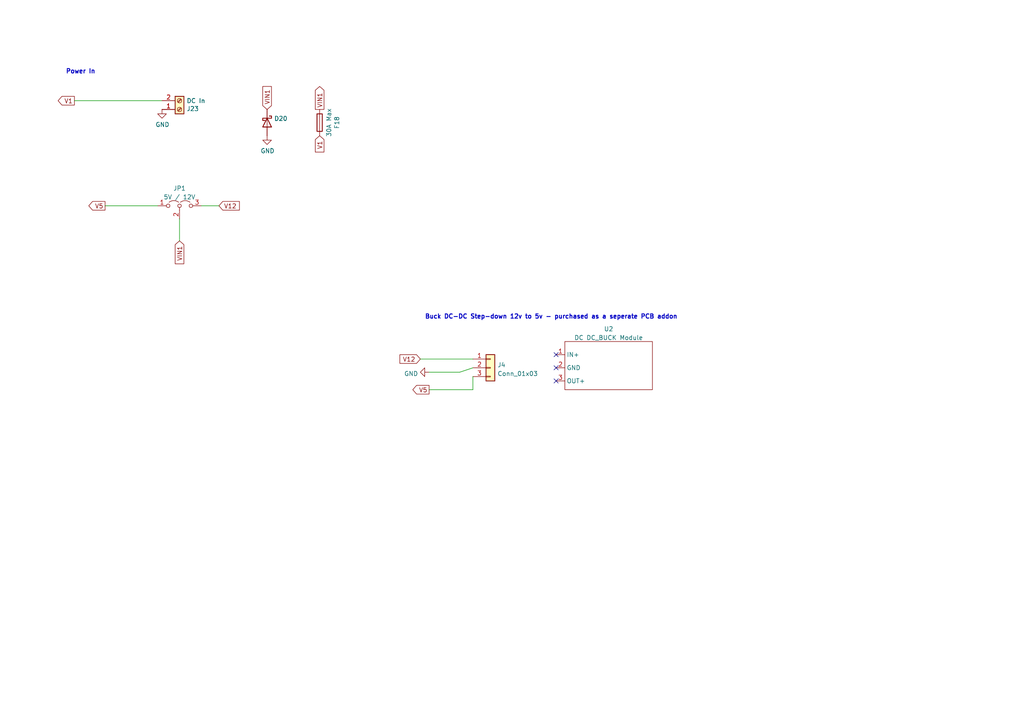
<source format=kicad_sch>
(kicad_sch (version 20211123) (generator eeschema)
  (paper "A4")
  (title_block (title "RPI Cape 2ch Pixel Controller") (company "OnlineDynamic"))
  (lib_symbols
    (symbol "Connector:Screw_Terminal_01x02" (pin_names (offset 1.016) hide)
      (property "Reference" "J" (at 0 2.54 0))
      (property "Value" "Screw_Terminal_01x02" (at 0 -5.08 0))
      (symbol "Screw_Terminal_01x02_1_1"
        (rectangle (start -1.27 1.27) (end 1.27 -3.81) (stroke (width 0.254)) (fill (type background)))
        (circle (center 0 -2.54) (radius 0.635) (stroke (width 0.1524)))
        (polyline (pts (xy -0.5334 -2.2098) (xy 0.3302 -3.048)) (stroke (width 0.1524)))
        (polyline (pts (xy -0.5334 0.3302) (xy 0.3302 -0.508)) (stroke (width 0.1524)))
        (polyline (pts (xy -0.3556 -2.032) (xy 0.508 -2.8702)) (stroke (width 0.1524)))
        (polyline (pts (xy -0.3556 0.508) (xy 0.508 -0.3302)) (stroke (width 0.1524)))
        (circle (center 0 0) (radius 0.635) (stroke (width 0.1524)))
        (pin passive line (at -5.08 0 0) (length 3.81) (name "Pin_1") (number "1"))
        (pin passive line (at -5.08 -2.54 0) (length 3.81) (name "Pin_2") (number "2"))
      )
    )
    (symbol "Connector_Generic:Conn_01x03" (pin_names (offset 1.016) hide)
      (property "Reference" "J" (at 0 5.08 0))
      (property "Value" "Conn_01x03" (at 0 -5.08 0))
      (symbol "Conn_01x03_1_1"
        (rectangle (start -1.27 -2.413) (end 0 -2.667) (stroke (width 0.1524)))
        (rectangle (start -1.27 0.127) (end 0 -0.127) (stroke (width 0.1524)))
        (rectangle (start -1.27 2.667) (end 0 2.413) (stroke (width 0.1524)))
        (rectangle (start -1.27 3.81) (end 1.27 -3.81) (stroke (width 0.254)) (fill (type background)))
        (pin passive line (at -5.08 2.54 0) (length 3.81) (name "Pin_1") (number "1"))
        (pin passive line (at -5.08 0 0) (length 3.81) (name "Pin_2") (number "2"))
        (pin passive line (at -5.08 -2.54 0) (length 3.81) (name "Pin_3") (number "3"))
      )
    )
    (symbol "Device:D_Schottky" (pin_numbers hide) (pin_names (offset 1.016) hide)
      (property "Reference" "D" (at 0 2.54 0))
      (property "Value" "D_Schottky" (at 0 -2.54 0))
      (symbol "D_Schottky_0_1"
        (polyline (pts (xy 1.27 0) (xy -1.27 0)))
        (polyline (pts (xy 1.27 1.27) (xy 1.27 -1.27) (xy -1.27 0) (xy 1.27 1.27)) (stroke (width 0.254)))
        (polyline (pts (xy -1.905 0.635) (xy -1.905 1.27) (xy -1.27 1.27) (xy -1.27 -1.27) (xy -0.635 -1.27) (xy -0.635 -0.635)) (stroke (width 0.254)))
      )
      (symbol "D_Schottky_1_1"
        (pin passive line (at -3.81 0 0) (length 2.54) (name "K") (number "1"))
        (pin passive line (at 3.81 0 180) (length 2.54) (name "A") (number "2"))
      )
    )
    (symbol "Device:Fuse" (pin_numbers hide) (pin_names (offset 0))
      (property "Reference" "F" (at 2.032 0 90))
      (property "Value" "Fuse" (at -1.905 0 90))
      (symbol "Fuse_0_1"
        (rectangle (start -0.762 -2.54) (end 0.762 2.54) (stroke (width 0.254)))
        (polyline (pts (xy 0 2.54) (xy 0 -2.54)))
      )
      (symbol "Fuse_1_1"
        (pin passive line (at 0 3.81 270) (length 1.27) (name "~") (number "1"))
        (pin passive line (at 0 -3.81 90) (length 1.27) (name "~") (number "2"))
      )
    )
    (symbol "Jumper:Jumper_3_Open" (pin_names (offset 0) hide)
      (property "Reference" "JP" (at -2.54 -2.54 0))
      (property "Value" "Jumper_3_Open" (at 0 2.794 0))
      (symbol "Jumper_3_Open_0_0"
        (circle (center -3.302 0) (radius 0.508))
        (circle (center 0 0) (radius 0.508))
        (circle (center 3.302 0) (radius 0.508))
      )
      (symbol "Jumper_3_Open_0_1"
        (arc (start -0.254 1.016) (mid -1.651 1.4992) (end -3.048 1.016))
        (polyline (pts (xy 0 -0.508) (xy 0 -1.27)))
        (arc (start 3.048 1.016) (mid 1.651 1.4992) (end 0.254 1.016))
      )
      (symbol "Jumper_3_Open_1_1"
        (pin passive line (at -6.35 0 0) (length 2.54) (name "A") (number "1"))
        (pin passive line (at 0 -3.81 90) (length 2.54) (name "C") (number "2"))
        (pin passive line (at 6.35 0 180) (length 2.54) (name "B") (number "3"))
      )
    )
    (symbol "Stuarts_BESPOKE: Buck Step Down Converter Module Voltage Regulator Board without Pin"
      (property "Reference" "U" (at 0 2.54 0))
      (property "Value" " Buck Step Down Converter Module Voltage Regulator Board without Pin" (at 0 5.08 0))
      (symbol " Buck Step Down Converter Module Voltage Regulator Board without Pin_0_1"
        (rectangle (start -12.7 1.27) (end 12.7 -12.7) (stroke (width 0.1524)))
      )
      (symbol " Buck Step Down Converter Module Voltage Regulator Board without Pin_1_1"
        (pin power_in line (at -15.24 -2.54 0) (length 2.54) (name "IN+") (number "1"))
        (pin bidirectional line (at -15.24 -6.35 0) (length 2.54) (name "GND") (number "2"))
        (pin power_out line (at -15.24 -10.16 0) (length 2.54) (name "OUT+") (number "3"))
      )
    )
    (symbol "power:GND" (power) (pin_names (offset 0))
      (property "Value" "GND" (at 0 -3.81 0))
      (symbol "GND_0_1"
        (polyline (pts (xy 0 0) (xy 0 -1.27) (xy 1.27 -1.27) (xy 0 -2.54) (xy -1.27 -1.27) (xy 0 -1.27)))
      )
      (symbol "GND_1_1"
        (pin power_in line (at 0 0 270) (length 0) hide (name "GND") (number "1"))
      )
    )
  )
  (no_connect (at 161.29 110.49))
  (no_connect (at 161.29 102.87))
  (no_connect (at 161.29 106.68))
  (wire (pts (xy 21.59 29.21) (xy 46.99 29.21)))
  (wire (pts (xy 52.07 63.5) (xy 52.07 69.85)))
  (wire (pts (xy 124.46 113.03) (xy 137.16 113.03)))
  (wire (pts (xy 30.48 59.69) (xy 45.72 59.69)))
  (wire (pts (xy 137.16 106.68) (xy 133.35 107.95)))
  (wire (pts (xy 58.42 59.69) (xy 63.5 59.69)))
  (wire (pts (xy 121.92 104.14) (xy 137.16 104.14)))
  (wire (pts (xy 137.16 113.03) (xy 137.16 109.22)))
  (wire (pts (xy 124.46 107.95) (xy 133.35 107.95)))
  (text "Buck DC-DC Step-down 12v to 5v - purchased as a seperate PCB addon" (at 123.19 92.71 0) (effects (font (size 1.27 1.27) (thickness 0.254) bold) (justify left bottom)))
  (text "Power In" (at 19.05 21.59 0) (effects (font (size 1.27 1.27) (thickness 0.254) bold) (justify left bottom)))
  (global_label "VIN1" (shape output) (at 92.71 31.75 90) (property "Intersheet References" "${INTERSHEET_REFS}" (effects hide)))
  (global_label "VIN1" (shape input) (at 77.47 31.75 90) (property "Intersheet References" "${INTERSHEET_REFS}" (effects hide)))
  (global_label "VIN1" (shape input) (at 52.07 69.85 270) (property "Intersheet References" "${INTERSHEET_REFS}" (effects hide)))
  (global_label "V1" (shape output) (at 21.59 29.21 180) (property "Intersheet References" "${INTERSHEET_REFS}" (effects hide)))
  (global_label "V12" (shape input) (at 121.92 104.14 180) (property "Intersheet References" "${INTERSHEET_REFS}" (effects hide)))
  (global_label "V1" (shape input) (at 92.71 39.37 270) (property "Intersheet References" "${INTERSHEET_REFS}" (effects hide)))
  (global_label "V5" (shape output) (at 124.46 113.03 180) (property "Intersheet References" "${INTERSHEET_REFS}" (effects hide)))
  (global_label "V5" (shape output) (at 30.48 59.69 180) (property "Intersheet References" "${INTERSHEET_REFS}" (effects hide)))
  (global_label "V12" (shape input) (at 63.5 59.69 0) (property "Intersheet References" "${INTERSHEET_REFS}" (effects hide)))
  (symbol (lib_id "Connector:Screw_Terminal_01x02") (at 52.07 31.75 0) (mirror x) (unit 1)
    (property "Reference" "J23" (at 54.102 31.5468 0) (effects (justify left)))
    (property "Value" "DC In" (at 54.102 29.2354 0) (effects (justify left)))
    (property "Footprint" "TerminalBlock_Phoenix:TerminalBlock_Phoenix_MKDS-1,5-2_1x02_P5.00mm_Horizontal" (effects hide))
  )
  (symbol (lib_id "power:GND") (at 46.99 31.75 0) (unit 1)
    (property "Reference" "#PWR061" (effects hide))
    (property "Value" "GND" (at 47.117 36.1442 0))
  )
  (symbol (lib_id "power:GND") (at 77.47 39.37 0) (unit 1)
    (property "Reference" "#PWR066" (effects hide))
    (property "Value" "GND" (at 77.597 43.7642 0))
  )
  (symbol (lib_id "Device:D_Schottky") (at 77.47 35.56 270) (unit 1)
    (property "Reference" "D20" (at 79.502 34.3916 90) (effects (justify left)))
  )
  (symbol (lib_id "Device:Fuse") (at 92.71 35.56 180) (unit 1)
    (property "Reference" "F18" (at 97.7138 35.56 90))
    (property "Value" "30A Max" (at 95.4024 35.56 90))
    (property "Footprint" "Fuse:Fuseholder_Blade_Mini_Keystone_3568" (effects hide))
  )
  (symbol (lib_id "Jumper:Jumper_3_Open") (at 52.07 59.69 0) (unit 1)
    (property "Reference" "JP1" (at 52.07 54.618 0))
    (property "Value" "5V / 12V" (at 52.07 57.1549 0))
    (property "Footprint" "Connector_PinHeader_2.54mm:PinHeader_1x03_P2.54mm_Vertical" (effects hide))
  )
  (symbol (lib_id "Connector_Generic:Conn_01x03") (at 142.24 106.68 0) (unit 1)
    (property "Reference" "J4" (at 144.272 105.8453 0) (effects (justify left)))
    (property "Value" "Conn_01x03" (at 144.272 108.3822 0) (effects (justify left)))
    (property "Footprint" "Connector_PinHeader_2.54mm:PinHeader_1x03_P2.54mm_Vertical" (effects hide))
  )
  (symbol (lib_id "Stuarts_BESPOKE: Buck Step Down Converter Module Voltage Regulator Board without Pin") (at 176.53 100.33 0) (unit 1)
    (property "Reference" "U2" (at 176.53 95.411 0))
    (property "Value" "DC DC_BUCK Module" (at 176.53 97.9479 0))
    (property "Footprint" "Stuart_BESPOKE:DC DC BUCK MODULE" (effects hide))
  )
  (symbol (lib_id "power:GND") (at 124.46 107.95 270) (unit 1)
    (property "Reference" "#PWR0101" (effects hide))
    (property "Value" "GND" (at 121.2851 108.3838 90) (effects (justify right)))
  )
)
</source>
